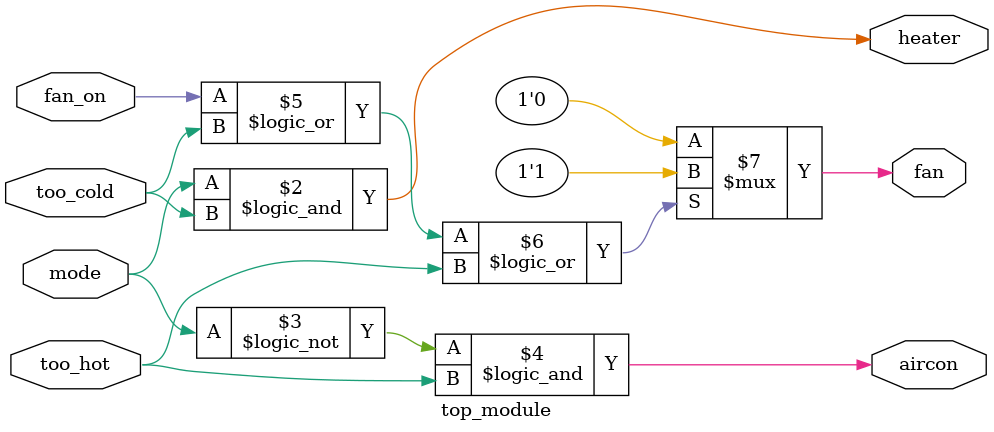
<source format=sv>
module top_module(
    input mode,
    input too_cold, 
    input too_hot,
    input fan_on,
    output reg heater,
    output reg aircon,
    output reg fan
);

always @(*) begin
    heater = (mode && too_cold);
    aircon = (!mode && too_hot);
    fan = (fan_on || too_cold || too_hot) ? 1'b1 : 1'b0;
end

endmodule

</source>
